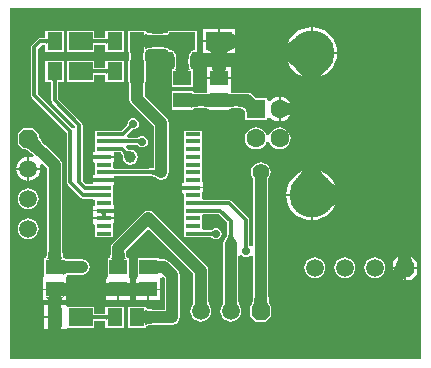
<source format=gtl>
%FSLAX25Y25*%
%MOIN*%
G70*
G01*
G75*
G04 Layer_Physical_Order=1*
G04 Layer_Color=255*
%ADD10R,0.05906X0.05118*%
%ADD11R,0.04921X0.01181*%
%ADD12R,0.05118X0.05906*%
%ADD13R,0.08012X0.05906*%
%ADD14R,0.08661X0.05906*%
%ADD15C,0.03937*%
%ADD16C,0.01181*%
%ADD17C,0.05906*%
G04:AMPARAMS|DCode=18|XSize=59.06mil|YSize=59.06mil|CornerRadius=0mil|HoleSize=0mil|Usage=FLASHONLY|Rotation=270.000|XOffset=0mil|YOffset=0mil|HoleType=Round|Shape=Octagon|*
%AMOCTAGOND18*
4,1,8,-0.01476,-0.02953,0.01476,-0.02953,0.02953,-0.01476,0.02953,0.01476,0.01476,0.02953,-0.01476,0.02953,-0.02953,0.01476,-0.02953,-0.01476,-0.01476,-0.02953,0.0*
%
%ADD18OCTAGOND18*%

G04:AMPARAMS|DCode=19|XSize=59.06mil|YSize=59.06mil|CornerRadius=0mil|HoleSize=0mil|Usage=FLASHONLY|Rotation=180.000|XOffset=0mil|YOffset=0mil|HoleType=Round|Shape=Octagon|*
%AMOCTAGOND19*
4,1,8,-0.02953,0.01476,-0.02953,-0.01476,-0.01476,-0.02953,0.01476,-0.02953,0.02953,-0.01476,0.02953,0.01476,0.01476,0.02953,-0.01476,0.02953,-0.02953,0.01476,0.0*
%
%ADD19OCTAGOND19*%

%ADD20C,0.14961*%
%ADD21C,0.06299*%
%ADD22R,0.06299X0.06299*%
%ADD23C,0.02756*%
%ADD24C,0.03937*%
%ADD25C,0.05512*%
G36*
X191000Y54000D02*
X54000D01*
Y171000D01*
X191000D01*
Y54000D01*
D02*
G37*
%LPC*%
G36*
X60000Y100975D02*
X59101Y100856D01*
X58263Y100509D01*
X57543Y99957D01*
X56991Y99237D01*
X56644Y98399D01*
X56525Y97500D01*
X56644Y96601D01*
X56991Y95763D01*
X57543Y95043D01*
X58263Y94491D01*
X59101Y94144D01*
X60000Y94025D01*
X60899Y94144D01*
X61737Y94491D01*
X62457Y95043D01*
X63009Y95763D01*
X63356Y96601D01*
X63475Y97500D01*
X63356Y98399D01*
X63009Y99237D01*
X62457Y99957D01*
X61737Y100509D01*
X60899Y100856D01*
X60000Y100975D01*
D02*
G37*
G36*
X137500Y119615D02*
X136652Y119503D01*
X135862Y119176D01*
X135184Y118655D01*
X134663Y117977D01*
X134336Y117186D01*
X134224Y116339D01*
X134336Y115491D01*
X134663Y114700D01*
X134991Y114273D01*
Y92212D01*
X134528Y91736D01*
X133991Y91638D01*
X133717Y91880D01*
X133625Y92029D01*
X133623Y92086D01*
X133604Y92129D01*
Y100500D01*
X133520Y100922D01*
X133281Y101281D01*
X127678Y106883D01*
X127320Y107122D01*
X126898Y107206D01*
X118661D01*
X117815Y107579D01*
X117815Y108206D01*
Y109630D01*
X118323D01*
Y110925D01*
X111402D01*
Y109630D01*
X111402D01*
X111909Y109122D01*
Y108185D01*
X111909Y107579D01*
Y107382D01*
Y107185D01*
X111909Y106579D01*
Y105626D01*
X111909Y105020D01*
Y104823D01*
Y104626D01*
X111909Y104020D01*
Y103067D01*
X111909Y102461D01*
Y102264D01*
Y102067D01*
X111909Y101461D01*
Y100508D01*
X111909Y99902D01*
Y99705D01*
Y99508D01*
X111909Y98902D01*
Y97949D01*
X111909Y97342D01*
Y97146D01*
Y96949D01*
X111909Y96342D01*
Y94784D01*
X114756D01*
X114862Y94762D01*
X120371D01*
X120414Y94743D01*
X120539Y94740D01*
X120641Y94731D01*
X120733Y94718D01*
X120815Y94700D01*
X120887Y94678D01*
X120950Y94653D01*
X121006Y94626D01*
X121054Y94596D01*
X121097Y94564D01*
X121154Y94511D01*
X121173Y94503D01*
X121770Y94105D01*
X122500Y93959D01*
X123230Y94105D01*
X123848Y94518D01*
X124262Y95136D01*
X124407Y95866D01*
X124262Y96596D01*
X123848Y97214D01*
X123230Y97628D01*
X122500Y97773D01*
X121770Y97628D01*
X121173Y97229D01*
X121154Y97222D01*
X121097Y97169D01*
X121054Y97136D01*
X121005Y97106D01*
X120950Y97079D01*
X120887Y97054D01*
X120815Y97033D01*
X120733Y97015D01*
X120641Y97001D01*
X120539Y96992D01*
X120414Y96989D01*
X120371Y96970D01*
X118661D01*
X117815Y97342D01*
X117815Y97970D01*
Y98902D01*
X117815Y99508D01*
Y99705D01*
Y99902D01*
X117815Y100508D01*
Y101439D01*
X117815Y102067D01*
X118661Y102439D01*
X118661Y102439D01*
X123500D01*
X126396Y99543D01*
Y98371D01*
X126377Y98328D01*
X126345Y97009D01*
X126252Y95933D01*
X126185Y95495D01*
X126104Y95114D01*
X126012Y94800D01*
X125914Y94554D01*
X125816Y94379D01*
X125739Y94282D01*
X125726Y94274D01*
X125698Y94233D01*
X125693Y94226D01*
X125692Y94223D01*
X125182Y93460D01*
X124991Y92500D01*
Y73356D01*
X124975Y72650D01*
X124953Y72375D01*
X124947Y72332D01*
X124491Y71737D01*
X124144Y70899D01*
X124025Y70000D01*
X124144Y69101D01*
X124491Y68263D01*
X125043Y67543D01*
X125763Y66991D01*
X126601Y66644D01*
X127500Y66525D01*
X128399Y66644D01*
X129237Y66991D01*
X129957Y67543D01*
X130509Y68263D01*
X130856Y69101D01*
X130975Y70000D01*
X130856Y70899D01*
X130509Y71737D01*
X130091Y72282D01*
X130009Y73842D01*
Y88562D01*
X131009Y88866D01*
X131152Y88652D01*
X131770Y88238D01*
X132500Y88093D01*
X133230Y88238D01*
X133848Y88652D01*
X133991Y88866D01*
X134991Y88562D01*
Y75787D01*
X134989Y75636D01*
X134961Y74960D01*
X134847Y73774D01*
X134766Y73288D01*
X134667Y72863D01*
X134555Y72505D01*
X134432Y72217D01*
X134306Y72000D01*
X134178Y71845D01*
X134055Y71722D01*
Y71539D01*
X134027Y71470D01*
X134037Y71445D01*
X134029Y71419D01*
X134055Y71370D01*
Y68278D01*
X135778Y66555D01*
X139222D01*
X140945Y68278D01*
Y71370D01*
X140971Y71419D01*
X140963Y71445D01*
X140973Y71470D01*
X140945Y71539D01*
Y71722D01*
X140822Y71845D01*
X140694Y72000D01*
X140568Y72217D01*
X140445Y72505D01*
X140333Y72863D01*
X140234Y73288D01*
X140153Y73769D01*
X140011Y75646D01*
X140009Y75787D01*
Y114273D01*
X140337Y114700D01*
X140664Y115491D01*
X140776Y116339D01*
X140664Y117186D01*
X140337Y117977D01*
X139816Y118655D01*
X139138Y119176D01*
X138348Y119503D01*
X137500Y119615D01*
D02*
G37*
G36*
X154154Y108504D02*
X145957D01*
X146091Y107137D01*
X146576Y105538D01*
X147364Y104065D01*
X148423Y102774D01*
X149715Y101714D01*
X151188Y100926D01*
X152786Y100442D01*
X154154Y100307D01*
Y108504D01*
D02*
G37*
G36*
X88598Y100689D02*
X81677D01*
Y99394D01*
X81677D01*
X82185Y98886D01*
Y97949D01*
X82185Y97342D01*
Y97146D01*
Y96949D01*
X82185Y96342D01*
Y94784D01*
X88091D01*
Y96342D01*
X88091Y96949D01*
Y97146D01*
Y97342D01*
X88091Y97949D01*
Y99394D01*
X88598D01*
Y100689D01*
D02*
G37*
G36*
X181951Y84205D02*
X181547D01*
Y83588D01*
X181557Y83601D01*
X181863Y84054D01*
X181951Y84205D01*
D02*
G37*
G36*
X185205D02*
X184325D01*
X185205Y83325D01*
Y84205D01*
D02*
G37*
G36*
X187616Y88313D02*
X187624Y88204D01*
X187712Y87684D01*
X187819Y87222D01*
X187945Y86821D01*
X188091Y86478D01*
X188256Y86194D01*
X188441Y85970D01*
X185795D01*
Y84795D01*
X189453D01*
Y86476D01*
X187616Y88313D01*
D02*
G37*
G36*
X183387Y88316D02*
X181547Y86476D01*
Y84795D01*
X182263D01*
X182309Y84890D01*
X182448Y85273D01*
X182531Y85633D01*
X182559Y85970D01*
X183734Y84795D01*
X185205D01*
Y85970D01*
X182559D01*
X182744Y86194D01*
X182909Y86478D01*
X183055Y86821D01*
X183182Y87222D01*
X183288Y87684D01*
X183376Y88204D01*
X183387Y88316D01*
D02*
G37*
G36*
X159791Y108504D02*
X154744D01*
Y100307D01*
X156111Y100442D01*
X157710Y100926D01*
X159183Y101714D01*
X160474Y102774D01*
X161534Y104065D01*
X162321Y105538D01*
X162359Y105661D01*
X162346Y105654D01*
X161709Y105229D01*
X161070Y104739D01*
X160431Y104184D01*
X159791Y103563D01*
Y108504D01*
D02*
G37*
G36*
X59705Y117205D02*
X56052D01*
X56149Y116468D01*
X56547Y115507D01*
X57181Y114681D01*
X58007Y114047D01*
X58968Y113649D01*
X59705Y113552D01*
Y117205D01*
D02*
G37*
G36*
X157587Y116709D02*
X157594Y116697D01*
X158019Y116059D01*
X158509Y115421D01*
X159064Y114781D01*
X159685Y114141D01*
X154744D01*
Y109095D01*
X159791D01*
Y114035D01*
X160431Y113415D01*
X161070Y112859D01*
X161709Y112369D01*
X162346Y111944D01*
X162359Y111937D01*
X162321Y112060D01*
X161534Y113533D01*
X160474Y114825D01*
X159183Y115884D01*
X157710Y116672D01*
X157587Y116709D01*
D02*
G37*
G36*
X59705Y121448D02*
X58968Y121351D01*
X58007Y120953D01*
X57181Y120319D01*
X56547Y119493D01*
X56149Y118532D01*
X56052Y117795D01*
X59705D01*
Y121448D01*
D02*
G37*
G36*
X63948Y117205D02*
X60295D01*
Y113552D01*
X61032Y113649D01*
X61993Y114047D01*
X62819Y114681D01*
X63453Y115507D01*
X63851Y116468D01*
X63948Y117205D01*
D02*
G37*
G36*
X60000Y110975D02*
X59101Y110856D01*
X58263Y110509D01*
X57543Y109957D01*
X56991Y109237D01*
X56644Y108399D01*
X56525Y107500D01*
X56644Y106601D01*
X56991Y105763D01*
X57543Y105043D01*
X58263Y104491D01*
X59101Y104144D01*
X60000Y104025D01*
X60899Y104144D01*
X61737Y104491D01*
X62457Y105043D01*
X63009Y105763D01*
X63356Y106601D01*
X63475Y107500D01*
X63356Y108399D01*
X63009Y109237D01*
X62457Y109957D01*
X61737Y110509D01*
X60899Y110856D01*
X60000Y110975D01*
D02*
G37*
G36*
X88598Y103248D02*
X81677D01*
Y101953D01*
Y101279D01*
X88598D01*
Y101953D01*
Y103248D01*
D02*
G37*
G36*
X117815Y130217D02*
X111909D01*
Y128657D01*
X111909Y128051D01*
Y127854D01*
Y127657D01*
X111909Y127051D01*
Y126098D01*
X111909Y125492D01*
Y125295D01*
Y125098D01*
X111909Y124492D01*
Y123539D01*
X111909Y122933D01*
Y122736D01*
Y122539D01*
X111909Y121933D01*
Y120980D01*
X111909Y120374D01*
Y120177D01*
Y119980D01*
X111909Y119374D01*
Y118421D01*
X111909Y117815D01*
Y117618D01*
Y117421D01*
X111909Y116815D01*
Y115862D01*
X111909Y115256D01*
Y115059D01*
Y114862D01*
X111909Y114256D01*
Y112811D01*
X111402D01*
Y111516D01*
X118323D01*
Y112811D01*
X118323D01*
X117815Y113319D01*
Y114256D01*
X117815Y114862D01*
Y115059D01*
Y115256D01*
X117815Y115862D01*
Y116815D01*
X117815Y117421D01*
Y117618D01*
Y117815D01*
X117815Y118421D01*
Y119374D01*
X117815Y119980D01*
Y120177D01*
Y120374D01*
X117815Y120980D01*
Y121933D01*
X117815Y122539D01*
Y122736D01*
Y122933D01*
X117815Y123539D01*
Y124492D01*
X117815Y125098D01*
Y125295D01*
Y125492D01*
X117815Y126098D01*
Y127051D01*
X117815Y127657D01*
Y127854D01*
Y128051D01*
X117815Y128657D01*
Y130217D01*
D02*
G37*
G36*
X151311Y116709D02*
X151188Y116672D01*
X149715Y115884D01*
X148423Y114825D01*
X147364Y113533D01*
X146576Y112060D01*
X146091Y110462D01*
X145957Y109095D01*
X154154D01*
Y114141D01*
X149213D01*
X149834Y114781D01*
X150389Y115421D01*
X150879Y116059D01*
X151304Y116697D01*
X151311Y116709D01*
D02*
G37*
G36*
X68465Y76965D02*
X64807D01*
Y73701D01*
X66554D01*
X66548Y73729D01*
X66441Y74083D01*
X66315Y74358D01*
X66169Y74555D01*
X66004Y74673D01*
X65819Y74713D01*
X66789D01*
X66791Y74878D01*
X68465D01*
Y76965D01*
D02*
G37*
G36*
X103445Y87791D02*
X96555D01*
Y81819D01*
X96555Y81689D01*
X96241Y80819D01*
X96047D01*
Y79371D01*
X96075Y79373D01*
X96429Y79437D01*
X96705Y79512D01*
X96902Y79599D01*
X97020Y79697D01*
X97059Y79807D01*
Y77555D01*
X103953D01*
Y80819D01*
X103953D01*
X103851Y80989D01*
X103921Y81117D01*
X105156Y81296D01*
X105491Y80961D01*
Y70509D01*
X102138D01*
X101996Y70511D01*
X100768Y70587D01*
X100293Y70650D01*
X99901Y70729D01*
X99606Y70818D01*
X99414Y70906D01*
X99329Y70969D01*
X99325Y70976D01*
X99322Y70986D01*
X99322Y70987D01*
X99321Y70990D01*
X99320Y70994D01*
X99320Y70995D01*
X99320Y70996D01*
X99319Y71002D01*
X99319Y71003D01*
X99318Y71005D01*
X99318Y71008D01*
X99317Y71009D01*
X99317D01*
X99316Y71016D01*
X99316Y71017D01*
X99315Y71019D01*
X99314Y71023D01*
X99314Y71024D01*
X99314Y71024D01*
X99313Y71029D01*
X99313Y71030D01*
X99313Y71032D01*
X99312Y71034D01*
X99312Y71035D01*
X99312D01*
X99311Y71039D01*
X99311Y71039D01*
X99311Y71040D01*
X99310Y71042D01*
X99310Y71043D01*
D01*
X99309Y71047D01*
X99309Y71048D01*
X99309Y71049D01*
X99308Y71051D01*
X99308Y71052D01*
X99308Y71052D01*
X99301Y71062D01*
X99299Y71065D01*
X99299Y71066D01*
X99299Y71066D01*
X99294Y71073D01*
X99292Y71076D01*
X99291Y71076D01*
Y71245D01*
Y71273D01*
Y71294D01*
Y71334D01*
Y71346D01*
Y71352D01*
Y71368D01*
Y71374D01*
Y71377D01*
Y71398D01*
Y71407D01*
Y71411D01*
Y71422D01*
Y71424D01*
Y71430D01*
Y71441D01*
X99291Y71445D01*
X98787Y71473D01*
X98787Y71473D01*
X98785Y71472D01*
X98784Y71472D01*
X98784D01*
X98781Y71471D01*
X98769Y71466D01*
X98763Y71463D01*
X98763D01*
X98762Y71463D01*
X98757Y71461D01*
X98754Y71460D01*
X98676Y71462D01*
X98676Y71461D01*
X98674Y71460D01*
X98674Y71460D01*
D01*
X98672Y71459D01*
X98665Y71454D01*
X98662Y71452D01*
D01*
X98661Y71452D01*
X98659Y71450D01*
X98657Y71449D01*
X98657D01*
X98657Y71449D01*
X98657Y71448D01*
X98657Y71448D01*
D01*
X98656Y71448D01*
X98654Y71447D01*
X98653Y71446D01*
X98653D01*
X98653Y71446D01*
X98652Y71445D01*
X98652Y71445D01*
X98636D01*
X98623D01*
X98354Y71445D01*
X98330D01*
X98330D01*
X93189D01*
Y64555D01*
X98291D01*
D01*
X98330Y64555D01*
X98525D01*
X98601Y64555D01*
X98609D01*
X98627D01*
X98629D01*
X98650D01*
X98651D01*
X98651D01*
X98652D01*
X98652Y64555D01*
X98653Y64554D01*
X98653Y64554D01*
X98653Y64554D01*
X98653D01*
X98654Y64553D01*
X98656Y64552D01*
X98656Y64552D01*
X98657Y64552D01*
D01*
X98657Y64552D01*
X98657Y64551D01*
X98657Y64551D01*
X98657Y64551D01*
X98657D01*
X98659Y64550D01*
X98661Y64548D01*
X98662Y64548D01*
X98662Y64548D01*
X98662D01*
X98665Y64546D01*
X98672Y64541D01*
X98672Y64541D01*
X98674Y64540D01*
X98674D01*
X98674Y64539D01*
X98676Y64539D01*
X98676Y64539D01*
X98676Y64538D01*
X98754Y64540D01*
X98757Y64539D01*
X98761Y64537D01*
X98762Y64537D01*
X98763Y64537D01*
X98763D01*
X98769Y64534D01*
X98781Y64529D01*
X98781Y64529D01*
X98784Y64528D01*
X98784D01*
X98785Y64528D01*
X98787Y64527D01*
X98787Y64527D01*
X98787Y64526D01*
X99291Y64555D01*
Y64559D01*
Y64569D01*
Y64586D01*
Y64593D01*
Y64608D01*
Y64638D01*
Y64648D01*
Y64648D01*
Y64654D01*
Y64667D01*
Y64706D01*
Y64727D01*
Y64757D01*
Y64924D01*
X99294Y64927D01*
X99294Y64927D01*
X99299Y64934D01*
X99299Y64934D01*
X99301Y64938D01*
X99302Y64939D01*
X99308Y64948D01*
X99308Y64948D01*
X99308Y64949D01*
X99309Y64951D01*
X99309Y64952D01*
X99309Y64953D01*
X99310Y64957D01*
D01*
X99310Y64958D01*
X99311Y64960D01*
X99311Y64961D01*
X99311Y64961D01*
X99312Y64965D01*
X99312D01*
X99312Y64965D01*
X99313Y64968D01*
X99313Y64970D01*
X99313Y64971D01*
X99314Y64976D01*
X99314Y64976D01*
X99314Y64977D01*
X99315Y64981D01*
X99316Y64983D01*
X99316Y64984D01*
X99317Y64991D01*
X99317D01*
X99318Y64992D01*
X99318Y64995D01*
X99319Y64997D01*
X99319Y64998D01*
X99320Y65004D01*
X99320Y65004D01*
X99320Y65006D01*
X99321Y65010D01*
X99322Y65013D01*
X99322Y65014D01*
X99325Y65025D01*
X99329Y65031D01*
X99414Y65094D01*
X99606Y65182D01*
X99901Y65271D01*
X100279Y65348D01*
X102002Y65489D01*
X102138Y65491D01*
X108000D01*
X108960Y65682D01*
X109774Y66226D01*
X110318Y67040D01*
X110509Y68000D01*
Y82000D01*
X110509Y82000D01*
X110318Y82960D01*
X109774Y83774D01*
X107034Y86514D01*
X106220Y87058D01*
X105260Y87249D01*
X104807D01*
X104442Y87255D01*
X103817Y87295D01*
X103592Y87323D01*
X103445Y87350D01*
Y87791D01*
D02*
G37*
G36*
X92941Y76965D02*
X90295D01*
Y73701D01*
X93953D01*
Y75148D01*
X93925Y75147D01*
X93571Y75083D01*
X93295Y75008D01*
X93098Y74921D01*
X92980Y74823D01*
X92941Y74713D01*
Y76965D01*
D02*
G37*
G36*
X72713Y75148D02*
X72685Y75147D01*
X72330Y75083D01*
X72055Y75008D01*
X71858Y74921D01*
X71740Y74823D01*
X71701Y74713D01*
X71516Y74673D01*
X71351Y74555D01*
X71205Y74358D01*
X71078Y74083D01*
X70971Y73729D01*
X70966Y73701D01*
X72713D01*
Y75148D01*
D02*
G37*
G36*
X72319Y71953D02*
X72291D01*
X72152Y71953D01*
X70871D01*
X70873Y71925D01*
X70937Y71571D01*
X71012Y71295D01*
X71099Y71098D01*
X71197Y70980D01*
X71307Y70941D01*
X70731D01*
X70728Y70776D01*
X69055D01*
Y68000D01*
Y65059D01*
X71307D01*
X71197Y65031D01*
X71099Y64947D01*
X71012Y64806D01*
X70937Y64608D01*
X70873Y64354D01*
X70821Y64047D01*
X72152D01*
X72291Y64047D01*
X72319D01*
X73109Y64555D01*
X73319Y64555D01*
X81938D01*
Y66738D01*
X81952Y66763D01*
X81954Y66780D01*
X81960Y66784D01*
X82021Y66809D01*
X82119Y66835D01*
X82252Y66857D01*
X82419Y66872D01*
X82629Y66877D01*
X82672Y66896D01*
X84975D01*
X85018Y66877D01*
X85228Y66872D01*
X85395Y66857D01*
X85528Y66835D01*
X85626Y66809D01*
X85687Y66784D01*
X85693Y66780D01*
X85695Y66763D01*
X85709Y66738D01*
Y64555D01*
X91811D01*
Y71445D01*
X85709D01*
Y69262D01*
X85695Y69237D01*
X85693Y69220D01*
X85687Y69216D01*
X85626Y69191D01*
X85528Y69165D01*
X85395Y69143D01*
X85228Y69129D01*
X85018Y69123D01*
X84975Y69104D01*
X82672D01*
X82629Y69123D01*
X82419Y69129D01*
X82252Y69143D01*
X82119Y69165D01*
X82021Y69191D01*
X81960Y69216D01*
X81954Y69220D01*
X81952Y69237D01*
X81938Y69262D01*
Y71445D01*
X73319D01*
X73109Y71445D01*
X72319Y71953D01*
D02*
G37*
G36*
X68465Y67705D02*
X65201D01*
Y64047D01*
X66698D01*
X66647Y64354D01*
X66583Y64608D01*
X66508Y64806D01*
X66421Y64947D01*
X66323Y65031D01*
X66213Y65059D01*
X68465D01*
Y67705D01*
D02*
G37*
G36*
X66650Y71953D02*
X65201D01*
Y68295D01*
X68465D01*
Y70776D01*
X66791D01*
X66789Y70941D01*
X66213D01*
X66323Y70980D01*
X66421Y71098D01*
X66508Y71295D01*
X66583Y71571D01*
X66647Y71925D01*
X66650Y71953D01*
D02*
G37*
G36*
X100000Y103509D02*
X99199Y103349D01*
X99040Y103318D01*
X98226Y102774D01*
X98226Y102774D01*
X88226Y92774D01*
X87682Y91960D01*
X87491Y91000D01*
Y90744D01*
X87461Y89694D01*
X87414Y89167D01*
X87351Y88717D01*
X87273Y88353D01*
X87186Y88080D01*
X87101Y87906D01*
X87042Y87831D01*
X87035Y87826D01*
X87023Y87823D01*
X87022Y87823D01*
X87019Y87822D01*
X87014Y87821D01*
X87012Y87821D01*
X87012D01*
X87005Y87820D01*
X87004Y87819D01*
X87002Y87819D01*
X86999Y87818D01*
X86998Y87818D01*
X86998Y87818D01*
X86990Y87817D01*
X86989Y87817D01*
X86987Y87816D01*
X86984Y87815D01*
X86983Y87815D01*
X86983Y87815D01*
X86977Y87814D01*
X86976Y87814D01*
X86974Y87814D01*
X86971Y87813D01*
X86971Y87813D01*
Y87813D01*
X86967Y87812D01*
X86966Y87812D01*
X86965Y87812D01*
X86963Y87811D01*
X86963Y87811D01*
Y87811D01*
X86959Y87810D01*
X86958Y87810D01*
X86957Y87810D01*
X86955Y87810D01*
X86954Y87809D01*
X86954Y87809D01*
X86943Y87802D01*
X86939Y87799D01*
X86939Y87799D01*
X86939Y87799D01*
X86931Y87794D01*
X86928Y87792D01*
X86927Y87791D01*
X86749D01*
X86719D01*
X86699D01*
X86659D01*
X86647D01*
X86641D01*
X86626D01*
X86620D01*
X86617D01*
X86598D01*
X86589D01*
X86585D01*
X86575D01*
X86574D01*
X86568D01*
X86559D01*
X86555Y87791D01*
X86527Y87287D01*
X86527Y87287D01*
X86527Y87285D01*
X86528Y87284D01*
Y87284D01*
X86529Y87282D01*
X86533Y87271D01*
X86536Y87265D01*
Y87265D01*
X86536Y87264D01*
X86538Y87259D01*
X86539Y87257D01*
X86537Y87182D01*
X86537Y87182D01*
X86538Y87181D01*
X86539Y87180D01*
Y87180D01*
X86540Y87178D01*
X86545Y87171D01*
X86547Y87167D01*
Y87167D01*
X86548Y87166D01*
X86550Y87163D01*
X86551Y87162D01*
Y87162D01*
X86551Y87162D01*
X86551Y87161D01*
X86551Y87161D01*
D01*
X86552Y87160D01*
X86553Y87158D01*
X86554Y87157D01*
Y87157D01*
X86554Y87157D01*
X86555Y87156D01*
X86555Y87155D01*
Y87140D01*
Y87131D01*
X86555Y86851D01*
Y86827D01*
Y86827D01*
Y81819D01*
X86555Y81689D01*
X86242Y80819D01*
X86047D01*
Y79371D01*
X86075Y79373D01*
X86429Y79437D01*
X86705Y79512D01*
X86902Y79599D01*
X87020Y79697D01*
X87059Y79807D01*
Y77555D01*
X92941D01*
Y79807D01*
X92980Y79697D01*
X93098Y79599D01*
X93295Y79512D01*
X93571Y79437D01*
X93925Y79373D01*
X93953Y79370D01*
Y80819D01*
X93758D01*
X93445Y81689D01*
X93445Y81819D01*
Y86791D01*
D01*
X93445Y86827D01*
Y87029D01*
X93445Y87116D01*
Y87121D01*
Y87137D01*
Y87140D01*
Y87155D01*
Y87155D01*
Y87155D01*
Y87155D01*
X93445Y87156D01*
X93446Y87157D01*
X93446Y87157D01*
X93446Y87157D01*
Y87157D01*
X93447Y87158D01*
X93448Y87160D01*
X93448Y87160D01*
X93449Y87161D01*
D01*
X93449Y87161D01*
X93449Y87162D01*
X93449Y87162D01*
X93449Y87162D01*
Y87162D01*
X93450Y87163D01*
X93452Y87166D01*
X93452Y87166D01*
X93453Y87167D01*
Y87167D01*
X93455Y87171D01*
X93460Y87178D01*
X93460Y87178D01*
X93461Y87180D01*
Y87180D01*
X93462Y87181D01*
X93463Y87182D01*
X93463Y87182D01*
X93463Y87182D01*
X93461Y87257D01*
X93462Y87259D01*
X93464Y87264D01*
X93464Y87264D01*
X93464Y87265D01*
Y87265D01*
X93467Y87271D01*
X93471Y87282D01*
X93471Y87282D01*
X93472Y87284D01*
D01*
X93473Y87285D01*
X93473Y87287D01*
X93473Y87287D01*
X93474Y87287D01*
X93445Y87791D01*
X93441D01*
X93432D01*
X93431D01*
X93416D01*
X93410D01*
X93396D01*
X93366D01*
X93359D01*
X93359D01*
X93353D01*
X93340D01*
X93300D01*
X93281D01*
X93249D01*
X93073D01*
X93069Y87794D01*
X93069Y87794D01*
X93061Y87799D01*
X93061Y87799D01*
X93057Y87802D01*
X93056Y87802D01*
X93046Y87809D01*
X93046Y87809D01*
X93045Y87810D01*
X93043Y87810D01*
X93042Y87810D01*
X93041Y87810D01*
X93037Y87811D01*
X93037Y87811D01*
X93037Y87811D01*
X93035Y87812D01*
X93034Y87812D01*
X93033Y87812D01*
X93029Y87813D01*
X93029D01*
X93029Y87813D01*
X93026Y87814D01*
X93024Y87814D01*
X93023Y87814D01*
X93017Y87815D01*
X93017Y87815D01*
X93016Y87815D01*
X93013Y87816D01*
X93011Y87817D01*
X93010Y87817D01*
X93002Y87818D01*
D01*
X93001Y87818D01*
X92998Y87819D01*
X92996Y87819D01*
X92995Y87820D01*
X92988Y87821D01*
X92988Y87821D01*
X92986Y87821D01*
X92981Y87822D01*
X92978Y87823D01*
X92977Y87823D01*
X92965Y87826D01*
X92958Y87831D01*
X92899Y87906D01*
X92814Y88080D01*
X92727Y88353D01*
X92652Y88703D01*
X92539Y89991D01*
X99500Y96952D01*
X100500D01*
X114991Y82461D01*
Y73356D01*
X114975Y72650D01*
X114953Y72375D01*
X114947Y72332D01*
X114491Y71737D01*
X114144Y70899D01*
X114025Y70000D01*
X114144Y69101D01*
X114491Y68263D01*
X115043Y67543D01*
X115763Y66991D01*
X116601Y66644D01*
X117500Y66525D01*
X118399Y66644D01*
X119237Y66991D01*
X119957Y67543D01*
X120509Y68263D01*
X120856Y69101D01*
X120975Y70000D01*
X120856Y70899D01*
X120509Y71737D01*
X120091Y72282D01*
X120009Y73842D01*
Y83500D01*
X120009Y83500D01*
X119818Y84460D01*
X119274Y85274D01*
X101774Y102774D01*
X100960Y103318D01*
X100000Y103509D01*
D02*
G37*
G36*
X103953Y76965D02*
X100295D01*
Y73701D01*
X103953D01*
Y76965D01*
D02*
G37*
G36*
X155500Y87975D02*
X154601Y87856D01*
X153763Y87509D01*
X153043Y86957D01*
X152491Y86237D01*
X152144Y85399D01*
X152025Y84500D01*
X152144Y83601D01*
X152491Y82763D01*
X153043Y82043D01*
X153763Y81491D01*
X154601Y81144D01*
X155500Y81025D01*
X156399Y81144D01*
X157237Y81491D01*
X157957Y82043D01*
X158509Y82763D01*
X158856Y83601D01*
X158975Y84500D01*
X158856Y85399D01*
X158509Y86237D01*
X157957Y86957D01*
X157237Y87509D01*
X156399Y87856D01*
X155500Y87975D01*
D02*
G37*
G36*
X189453Y84205D02*
X185795D01*
Y82734D01*
X186970Y81559D01*
X186633Y81531D01*
X186273Y81448D01*
X185890Y81309D01*
X185795Y81263D01*
Y80547D01*
X187476D01*
X189453Y82524D01*
Y84205D01*
D02*
G37*
G36*
X175500Y87975D02*
X174601Y87856D01*
X173763Y87509D01*
X173043Y86957D01*
X172491Y86237D01*
X172144Y85399D01*
X172025Y84500D01*
X172144Y83601D01*
X172491Y82763D01*
X173043Y82043D01*
X173763Y81491D01*
X174601Y81144D01*
X175500Y81025D01*
X176399Y81144D01*
X177237Y81491D01*
X177957Y82043D01*
X178509Y82763D01*
X178856Y83601D01*
X178975Y84500D01*
X178856Y85399D01*
X178509Y86237D01*
X177957Y86957D01*
X177237Y87509D01*
X176399Y87856D01*
X175500Y87975D01*
D02*
G37*
G36*
X165500D02*
X164601Y87856D01*
X163763Y87509D01*
X163043Y86957D01*
X162491Y86237D01*
X162144Y85399D01*
X162025Y84500D01*
X162144Y83601D01*
X162491Y82763D01*
X163043Y82043D01*
X163763Y81491D01*
X164601Y81144D01*
X165500Y81025D01*
X166399Y81144D01*
X167237Y81491D01*
X167957Y82043D01*
X168509Y82763D01*
X168856Y83601D01*
X168975Y84500D01*
X168856Y85399D01*
X168509Y86237D01*
X167957Y86957D01*
X167237Y87509D01*
X166399Y87856D01*
X165500Y87975D01*
D02*
G37*
G36*
X89705Y76965D02*
X87059D01*
Y74713D01*
X87020Y74823D01*
X86902Y74921D01*
X86705Y75008D01*
X86429Y75083D01*
X86075Y75147D01*
X86047Y75150D01*
Y73701D01*
X89705D01*
Y76965D01*
D02*
G37*
G36*
X71701D02*
X69055D01*
Y74878D01*
X70728D01*
X70730Y74713D01*
X71701D01*
Y76965D01*
D02*
G37*
G36*
X185205Y80951D02*
X185054Y80863D01*
X184601Y80557D01*
X184588Y80547D01*
X185205D01*
Y80951D01*
D02*
G37*
G36*
X99705Y76965D02*
X97059D01*
Y74713D01*
X97020Y74823D01*
X96902Y74921D01*
X96705Y75008D01*
X96429Y75083D01*
X96075Y75147D01*
X96047Y75150D01*
Y73701D01*
X99705D01*
Y76965D01*
D02*
G37*
G36*
X61722Y130945D02*
X58278D01*
X56555Y129222D01*
Y125778D01*
X58278Y124055D01*
X58434D01*
X58486Y124028D01*
X58784Y124004D01*
X59075Y123936D01*
X59404Y123817D01*
X59767Y123643D01*
X60162Y123412D01*
X60588Y123124D01*
X61038Y122782D01*
X61804Y122114D01*
X61270Y121253D01*
X61032Y121351D01*
X60295Y121448D01*
Y117795D01*
X63948D01*
X63851Y118532D01*
X63741Y118796D01*
X64589Y119363D01*
X66251Y117701D01*
Y90639D01*
X66249Y90496D01*
X66173Y89268D01*
X66110Y88793D01*
X66031Y88401D01*
X65942Y88106D01*
X65854Y87914D01*
X65791Y87829D01*
X65784Y87824D01*
X65774Y87822D01*
X65773Y87822D01*
X65770Y87821D01*
X65765Y87820D01*
X65764Y87820D01*
X65764Y87820D01*
X65758Y87819D01*
X65757Y87819D01*
X65755Y87818D01*
X65752Y87818D01*
X65751Y87817D01*
Y87817D01*
X65743Y87816D01*
X65743Y87816D01*
X65741Y87815D01*
X65737Y87814D01*
X65736Y87814D01*
X65736Y87814D01*
X65730Y87813D01*
X65730Y87813D01*
X65728Y87813D01*
X65725Y87812D01*
X65725Y87812D01*
Y87812D01*
X65721Y87811D01*
X65720Y87811D01*
X65719Y87811D01*
X65718Y87810D01*
X65717Y87810D01*
D01*
X65712Y87809D01*
X65712Y87809D01*
X65711Y87809D01*
X65709Y87808D01*
X65708Y87808D01*
X65708Y87808D01*
X65698Y87801D01*
X65695Y87799D01*
X65694Y87799D01*
X65694Y87799D01*
X65687Y87793D01*
X65684Y87792D01*
X65684Y87791D01*
X65514D01*
X65487D01*
X65466D01*
X65426D01*
X65414D01*
X65408D01*
X65392D01*
X65386D01*
X65382D01*
X65362D01*
X65353D01*
X65349D01*
X65338D01*
X65336D01*
X65330D01*
X65319D01*
X65315Y87791D01*
X65286Y87287D01*
X65287Y87287D01*
X65288Y87285D01*
X65288Y87284D01*
Y87283D01*
X65289Y87281D01*
X65294Y87269D01*
X65297Y87263D01*
Y87263D01*
X65297Y87262D01*
X65299Y87256D01*
X65300Y87254D01*
X65298Y87176D01*
X65298Y87176D01*
X65299Y87174D01*
X65300Y87174D01*
D01*
X65301Y87172D01*
X65305Y87165D01*
X65308Y87162D01*
D01*
X65308Y87161D01*
X65310Y87159D01*
X65311Y87157D01*
Y87157D01*
X65311Y87157D01*
X65311Y87157D01*
X65311Y87157D01*
D01*
X65312Y87156D01*
X65313Y87154D01*
X65314Y87153D01*
Y87153D01*
X65314Y87153D01*
X65315Y87152D01*
X65315Y87152D01*
Y87136D01*
Y87123D01*
X65315Y86854D01*
Y86830D01*
Y86830D01*
Y81819D01*
X65315Y81689D01*
X65001Y80819D01*
X64807D01*
Y77555D01*
X71701D01*
Y79807D01*
X71740Y79697D01*
X71858Y79599D01*
X72055Y79512D01*
X72330Y79437D01*
X72685Y79373D01*
X72713Y79370D01*
Y80819D01*
X72713D01*
Y80819D01*
X72794Y81785D01*
X73064Y82117D01*
X74877Y82231D01*
X78000D01*
X78960Y82422D01*
X79774Y82966D01*
X80318Y83780D01*
X80509Y84740D01*
X80318Y85700D01*
X79774Y86514D01*
X78960Y87058D01*
X78000Y87249D01*
X75173D01*
X74241Y87264D01*
X73166Y87332D01*
X72764Y87380D01*
X72448Y87437D01*
X72233Y87496D01*
X72205Y87508D01*
Y87791D01*
X71836D01*
X71812Y87808D01*
X71735Y87824D01*
X71729Y87829D01*
X71666Y87914D01*
X71578Y88106D01*
X71489Y88401D01*
X71412Y88779D01*
X71271Y90501D01*
X71269Y90639D01*
Y118740D01*
X71078Y119700D01*
X70534Y120514D01*
X65752Y125296D01*
X65588Y125465D01*
X64718Y126462D01*
X64376Y126912D01*
X64088Y127338D01*
X63857Y127733D01*
X63683Y128096D01*
X63564Y128425D01*
X63496Y128716D01*
X63472Y129014D01*
X63445Y129066D01*
Y129222D01*
X61722Y130945D01*
D02*
G37*
G36*
X127555Y151299D02*
X125808D01*
X125814Y151271D01*
X125921Y150917D01*
X126047Y150642D01*
X126193Y150445D01*
X126358Y150327D01*
X126543Y150287D01*
X123898D01*
Y148035D01*
X127555D01*
Y151299D01*
D02*
G37*
G36*
X162941Y155905D02*
X154744D01*
Y150859D01*
X159685D01*
X159064Y150219D01*
X158509Y149579D01*
X158019Y148941D01*
X157594Y148303D01*
X157587Y148291D01*
X157710Y148328D01*
X159183Y149116D01*
X160474Y150175D01*
X161534Y151467D01*
X162321Y152940D01*
X162806Y154538D01*
X162941Y155905D01*
D02*
G37*
G36*
X121396Y151299D02*
X119650D01*
Y148035D01*
X123307D01*
Y150287D01*
X120662D01*
X120846Y150327D01*
X121012Y150445D01*
X121157Y150642D01*
X121284Y150917D01*
X121391Y151271D01*
X121396Y151299D01*
D02*
G37*
G36*
X127555Y147445D02*
X119650D01*
Y144181D01*
X119650D01*
Y144181D01*
X119568Y143215D01*
X119298Y142883D01*
X117553Y142773D01*
X116879Y142784D01*
X115804Y142852D01*
X115402Y142900D01*
X115086Y142957D01*
X114871Y143015D01*
X114842Y143028D01*
Y143199D01*
Y143252D01*
Y143311D01*
X114338Y143340D01*
X114333Y143337D01*
X114269Y143311D01*
X114269D01*
X114269D01*
X113867Y143311D01*
X113842D01*
X107953D01*
Y137209D01*
X113842D01*
D01*
X113867D01*
X114260Y137209D01*
X114269D01*
X114269D01*
X114333Y137182D01*
X114338Y137180D01*
X114842Y137209D01*
Y137241D01*
Y137267D01*
Y137321D01*
Y137492D01*
X114871Y137504D01*
X115086Y137563D01*
X115387Y137617D01*
X117447Y137747D01*
X118121Y137736D01*
X119196Y137668D01*
X119598Y137620D01*
X119914Y137563D01*
X120129Y137504D01*
X120158Y137492D01*
Y137321D01*
Y137267D01*
Y137209D01*
X120662Y137180D01*
X120667Y137182D01*
X120730Y137209D01*
X120730D01*
X120730D01*
X121133Y137209D01*
X121158D01*
X126047D01*
D01*
X126072D01*
X126465Y137209D01*
X126474D01*
X126474D01*
X126538Y137182D01*
X126543Y137180D01*
X127047Y137209D01*
Y137241D01*
Y137267D01*
Y137321D01*
Y137492D01*
X127076Y137504D01*
X127290Y137563D01*
X127591Y137617D01*
X129541Y137740D01*
X129550Y137740D01*
X130184Y137684D01*
X130729Y137593D01*
X131185Y137471D01*
X131549Y137322D01*
X131823Y137155D01*
X132015Y136978D01*
X132141Y136790D01*
X132217Y136577D01*
X132250Y136266D01*
X132264Y136241D01*
Y133780D01*
X139547D01*
Y134478D01*
X140547Y134817D01*
X140820Y134462D01*
X141687Y133797D01*
X142696Y133379D01*
X143484Y133275D01*
Y137421D01*
Y141568D01*
X142696Y141464D01*
X141687Y141046D01*
X140820Y140381D01*
X140547Y140025D01*
X139547Y140365D01*
Y141063D01*
X135812D01*
X134841Y142034D01*
X134027Y142578D01*
X133067Y142769D01*
X130016D01*
X129084Y142784D01*
X128009Y142852D01*
X127891Y142866D01*
X127623Y143209D01*
X127555Y144181D01*
Y144181D01*
X127555D01*
Y147445D01*
D02*
G37*
G36*
X71811Y163445D02*
X65709D01*
Y161284D01*
X65683Y161237D01*
X65681Y161218D01*
X65676Y161215D01*
X65617Y161191D01*
X65521Y161165D01*
X65390Y161143D01*
X65226Y161128D01*
X65018Y161123D01*
X64975Y161104D01*
X64000D01*
X63578Y161020D01*
X63219Y160781D01*
X61219Y158781D01*
X60980Y158422D01*
X60896Y158000D01*
Y142000D01*
X60980Y141578D01*
X61219Y141219D01*
X72896Y129543D01*
Y113000D01*
X72980Y112578D01*
X73219Y112219D01*
X77558Y107881D01*
X77916Y107642D01*
X78339Y107557D01*
X81339D01*
X82185Y107185D01*
X82185Y106558D01*
Y105134D01*
X81677D01*
Y103839D01*
X88598D01*
Y105134D01*
X88598D01*
X88091Y105642D01*
Y106579D01*
X88091Y107185D01*
Y107382D01*
Y107579D01*
X88091Y108185D01*
Y109744D01*
X88091D01*
Y110138D01*
X88091D01*
Y112189D01*
X88598D01*
Y113484D01*
X81677D01*
Y112324D01*
X79237D01*
X78104Y113457D01*
Y132000D01*
X78104Y132000D01*
X78020Y132422D01*
X77781Y132781D01*
X69864Y140697D01*
Y145821D01*
X69883Y145864D01*
X69888Y146075D01*
X69903Y146241D01*
X69925Y146374D01*
X69951Y146473D01*
X69976Y146534D01*
X69980Y146540D01*
X69997Y146542D01*
X70022Y146555D01*
X71811D01*
Y153445D01*
X65709D01*
Y146555D01*
X67497D01*
X67522Y146542D01*
X67540Y146540D01*
X67544Y146534D01*
X67569Y146473D01*
X67595Y146374D01*
X67617Y146241D01*
X67631Y146075D01*
X67637Y145864D01*
X67656Y145821D01*
Y140240D01*
X67740Y139818D01*
X67979Y139460D01*
X75721Y131718D01*
X75638Y131297D01*
X75376Y131139D01*
X74561Y131000D01*
X63104Y142457D01*
Y157543D01*
X64457Y158896D01*
X64975D01*
X65018Y158877D01*
X65226Y158871D01*
X65390Y158857D01*
X65521Y158835D01*
X65617Y158809D01*
X65676Y158785D01*
X65681Y158782D01*
X65683Y158763D01*
X65709Y158716D01*
Y156555D01*
X71811D01*
Y163445D01*
D02*
G37*
G36*
X154744Y164693D02*
Y156496D01*
X162941D01*
X162806Y157863D01*
X162321Y159462D01*
X161534Y160935D01*
X160474Y162226D01*
X159183Y163286D01*
X157710Y164074D01*
X156111Y164558D01*
X154744Y164693D01*
D02*
G37*
G36*
X154154Y155905D02*
X149107D01*
Y150965D01*
X148467Y151585D01*
X147827Y152141D01*
X147189Y152631D01*
X146551Y153056D01*
X146539Y153063D01*
X146576Y152940D01*
X147364Y151467D01*
X148423Y150175D01*
X149715Y149116D01*
X151188Y148328D01*
X151311Y148291D01*
X151304Y148303D01*
X150879Y148941D01*
X150389Y149579D01*
X149834Y150219D01*
X149213Y150859D01*
X154154D01*
Y155905D01*
D02*
G37*
G36*
X91811Y153445D02*
X85709D01*
Y151262D01*
X85695Y151237D01*
X85693Y151220D01*
X85687Y151216D01*
X85626Y151191D01*
X85528Y151165D01*
X85395Y151143D01*
X85228Y151128D01*
X85018Y151123D01*
X84975Y151104D01*
X82672D01*
X82629Y151123D01*
X82419Y151128D01*
X82252Y151143D01*
X82119Y151165D01*
X82021Y151191D01*
X81960Y151216D01*
X81954Y151220D01*
X81952Y151237D01*
X81938Y151262D01*
Y153445D01*
X72942D01*
Y146555D01*
X81938D01*
Y148738D01*
X81952Y148763D01*
X81954Y148780D01*
X81960Y148784D01*
X82021Y148809D01*
X82119Y148835D01*
X82252Y148857D01*
X82419Y148872D01*
X82629Y148877D01*
X82672Y148896D01*
X84975D01*
X85018Y148877D01*
X85228Y148872D01*
X85395Y148857D01*
X85528Y148835D01*
X85626Y148809D01*
X85687Y148784D01*
X85693Y148780D01*
X85695Y148763D01*
X85709Y148738D01*
Y146555D01*
X91811D01*
Y153445D01*
D02*
G37*
G36*
X123307Y159705D02*
X118272D01*
Y156047D01*
X121153D01*
X121142Y156075D01*
X120925Y156429D01*
X120669Y156705D01*
X120374Y156902D01*
X120039Y157020D01*
X119665Y157059D01*
X123307D01*
Y159705D01*
D02*
G37*
G36*
X154154Y164693D02*
X152786Y164558D01*
X151188Y164074D01*
X149715Y163286D01*
X148423Y162226D01*
X147364Y160935D01*
X146576Y159462D01*
X146539Y159339D01*
X146551Y159346D01*
X147189Y159771D01*
X147827Y160261D01*
X148467Y160816D01*
X149107Y161437D01*
Y156496D01*
X154154D01*
Y164693D01*
D02*
G37*
G36*
X127921Y159705D02*
X123898D01*
Y157059D01*
X127539D01*
X127165Y157020D01*
X126831Y156902D01*
X126535Y156705D01*
X126279Y156429D01*
X126063Y156075D01*
X126052Y156047D01*
X128933D01*
Y157794D01*
X128905Y157788D01*
X128551Y157682D01*
X128275Y157555D01*
X128078Y157409D01*
X127960Y157244D01*
X127921Y157059D01*
Y159705D01*
D02*
G37*
G36*
X144075Y141568D02*
Y137716D01*
X146029D01*
Y139626D01*
X146091Y139581D01*
X146187Y139541D01*
X146315Y139506D01*
X146476Y139475D01*
X146669Y139449D01*
X147155Y139411D01*
X147450Y139405D01*
X147404Y139514D01*
X146739Y140381D01*
X145872Y141046D01*
X144863Y141464D01*
X144075Y141568D01*
D02*
G37*
G36*
X143780Y131252D02*
X142829Y131127D01*
X141943Y130760D01*
X141182Y130176D01*
X140598Y129415D01*
X140377Y128882D01*
X139308D01*
X139087Y129415D01*
X138503Y130176D01*
X137742Y130760D01*
X136856Y131127D01*
X135906Y131252D01*
X134955Y131127D01*
X134069Y130760D01*
X133308Y130176D01*
X132724Y129415D01*
X132358Y128529D01*
X132232Y127579D01*
X132358Y126628D01*
X132724Y125742D01*
X133308Y124981D01*
X134069Y124398D01*
X134955Y124031D01*
X135906Y123906D01*
X136856Y124031D01*
X137742Y124398D01*
X138503Y124981D01*
X139087Y125742D01*
X139308Y126276D01*
X140377D01*
X140598Y125742D01*
X141182Y124981D01*
X141943Y124398D01*
X142829Y124031D01*
X143780Y123906D01*
X144730Y124031D01*
X145616Y124398D01*
X146377Y124981D01*
X146961Y125742D01*
X147327Y126628D01*
X147453Y127579D01*
X147327Y128529D01*
X146961Y129415D01*
X146377Y130176D01*
X145616Y130760D01*
X144730Y131127D01*
X143780Y131252D01*
D02*
G37*
G36*
X95000Y134407D02*
X94270Y134262D01*
X93652Y133848D01*
X93238Y133230D01*
X93098Y132526D01*
X93090Y132507D01*
X93087Y132429D01*
X93079Y132376D01*
X93066Y132320D01*
X93047Y132262D01*
X93019Y132200D01*
X92984Y132133D01*
X92938Y132062D01*
X92883Y131988D01*
X92817Y131910D01*
X92731Y131819D01*
X92714Y131775D01*
X91177Y130238D01*
X85138D01*
X85031Y130217D01*
X82185D01*
Y128657D01*
X82185Y128051D01*
Y127854D01*
Y127657D01*
X82185Y127051D01*
Y126098D01*
X82185Y125492D01*
Y125295D01*
Y125098D01*
X82185Y124492D01*
Y123047D01*
X81677D01*
Y121752D01*
X88598D01*
Y122912D01*
X90811D01*
X91011Y122711D01*
X91026Y122669D01*
X91128Y122558D01*
X91205Y122457D01*
X91272Y122350D01*
X91331Y122233D01*
X91382Y122107D01*
X91424Y121971D01*
X91457Y121823D01*
X91481Y121664D01*
X91495Y121492D01*
X91499Y121320D01*
X91491Y121283D01*
X91682Y120323D01*
X92226Y119509D01*
X93040Y118966D01*
X94000Y118775D01*
X94960Y118966D01*
X95774Y119509D01*
X96318Y120323D01*
X96509Y121283D01*
X96318Y122243D01*
X95774Y123057D01*
X94960Y123601D01*
X94000Y123792D01*
X93963Y123785D01*
X93791Y123788D01*
X93620Y123802D01*
X93460Y123826D01*
X93313Y123860D01*
X93176Y123902D01*
X93130Y123920D01*
X92628Y124471D01*
X92676Y125202D01*
X92788Y125471D01*
X95826D01*
X95863Y125452D01*
X95872Y125455D01*
X95881Y125452D01*
X96005Y125448D01*
X96105Y125440D01*
X96194Y125426D01*
X96272Y125407D01*
X96340Y125386D01*
X96398Y125361D01*
X96448Y125334D01*
X96492Y125305D01*
X96530Y125273D01*
X96584Y125218D01*
X96617Y125204D01*
X96652Y125152D01*
X97270Y124738D01*
X98000Y124593D01*
X98730Y124738D01*
X99348Y125152D01*
X99762Y125770D01*
X99907Y126500D01*
X99762Y127230D01*
X99348Y127848D01*
X98730Y128262D01*
X98000Y128407D01*
X97270Y128262D01*
X96802Y127949D01*
X96729Y127926D01*
X96668Y127875D01*
X96621Y127842D01*
X96568Y127813D01*
X96508Y127786D01*
X96440Y127761D01*
X96364Y127740D01*
X96278Y127722D01*
X96184Y127709D01*
X96079Y127701D01*
X95953Y127698D01*
X95910Y127679D01*
X93154D01*
X92740Y128679D01*
X94275Y130214D01*
X94319Y130231D01*
X94410Y130317D01*
X94488Y130383D01*
X94563Y130438D01*
X94633Y130483D01*
X94699Y130519D01*
X94762Y130547D01*
X94820Y130566D01*
X94876Y130579D01*
X94929Y130587D01*
X95007Y130590D01*
X95026Y130598D01*
X95730Y130738D01*
X96348Y131152D01*
X96762Y131770D01*
X96907Y132500D01*
X96762Y133230D01*
X96348Y133848D01*
X95730Y134262D01*
X95000Y134407D01*
D02*
G37*
G36*
X146029Y137126D02*
X144075D01*
Y133275D01*
X144863Y133379D01*
X145872Y133797D01*
X146739Y134462D01*
X147404Y135329D01*
X147446Y135430D01*
X146476Y135368D01*
X146315Y135337D01*
X146187Y135302D01*
X146091Y135261D01*
X146029Y135216D01*
Y137126D01*
D02*
G37*
G36*
X123307Y163953D02*
X118272D01*
Y160295D01*
X123307D01*
Y163953D01*
D02*
G37*
G36*
X128933D02*
X123898D01*
Y160295D01*
X127921D01*
Y162941D01*
X127960Y162756D01*
X128078Y162591D01*
X128275Y162445D01*
X128551Y162319D01*
X128905Y162212D01*
X128933Y162206D01*
Y163953D01*
D02*
G37*
G36*
X98787Y163473D02*
X98787Y163473D01*
X98785Y163472D01*
X98784Y163472D01*
X98784D01*
X98781Y163471D01*
X98769Y163466D01*
X98763Y163463D01*
X98763D01*
X98762Y163463D01*
X98757Y163461D01*
X98754Y163460D01*
X98676Y163462D01*
X98676Y163461D01*
X98674Y163461D01*
X98674Y163460D01*
X98674D01*
X98672Y163459D01*
X98665Y163454D01*
X98662Y163452D01*
X98662D01*
X98662Y163452D01*
X98659Y163450D01*
X98657Y163449D01*
X98657D01*
X98657Y163449D01*
X98657Y163449D01*
X98657Y163448D01*
X98657D01*
X98656Y163448D01*
X98654Y163447D01*
X98653Y163446D01*
D01*
X98653Y163446D01*
X98652Y163445D01*
X98652Y163445D01*
X98636D01*
X98623D01*
X98354Y163445D01*
X98330D01*
X98330D01*
X93189D01*
Y157555D01*
D01*
Y157531D01*
X93189Y157137D01*
Y157128D01*
Y157128D01*
X93163Y157065D01*
X93160Y157059D01*
X93189Y156555D01*
X93221D01*
X93248D01*
X93301D01*
X93472D01*
X93485Y156526D01*
X93543Y156312D01*
X93597Y156011D01*
X93673Y154803D01*
X93648Y154407D01*
X93600Y154004D01*
X93543Y153688D01*
X93485Y153474D01*
X93472Y153445D01*
X93301D01*
X93248D01*
X93189D01*
X93160Y152941D01*
X93163Y152935D01*
X93189Y152872D01*
Y152872D01*
Y152872D01*
X93189Y152469D01*
Y152445D01*
Y147555D01*
D01*
Y147531D01*
X93189Y147137D01*
Y147128D01*
Y147128D01*
X93163Y147065D01*
X93160Y147059D01*
X93189Y146555D01*
X93221D01*
X93248D01*
X93301D01*
X93472D01*
X93485Y146526D01*
X93543Y146312D01*
X93597Y146011D01*
X93731Y143883D01*
Y140760D01*
X93922Y139800D01*
X94466Y138986D01*
X101830Y131622D01*
Y117766D01*
X101724Y117735D01*
X101344Y117654D01*
X100910Y117587D01*
X99198Y117470D01*
X98518Y117462D01*
X98472Y117443D01*
X88936D01*
X88091Y117815D01*
X88091Y118442D01*
Y119866D01*
X88598D01*
Y121161D01*
X81677D01*
Y119866D01*
X81677D01*
X82185Y119358D01*
Y118421D01*
X82185Y117815D01*
Y117618D01*
Y117421D01*
X82185Y116815D01*
Y115370D01*
X81677D01*
Y114075D01*
X88598D01*
Y115235D01*
X98468D01*
X98511Y115216D01*
X99830Y115184D01*
X100906Y115091D01*
X101344Y115023D01*
X101724Y114942D01*
X102038Y114851D01*
X102284Y114752D01*
X102460Y114655D01*
X102556Y114577D01*
X102565Y114565D01*
X102606Y114537D01*
X102613Y114531D01*
X102615Y114531D01*
X103378Y114021D01*
X104339Y113830D01*
X105299Y114021D01*
X106113Y114565D01*
X106656Y115378D01*
X106847Y116339D01*
Y132661D01*
X106847Y132661D01*
X106656Y133622D01*
X106113Y134435D01*
X106113Y134435D01*
X98749Y141799D01*
Y143587D01*
X98764Y144518D01*
X98832Y145593D01*
X98880Y145996D01*
X98937Y146312D01*
X98996Y146526D01*
X99008Y146555D01*
X99179D01*
X99233D01*
X99291D01*
X99320Y147059D01*
X99318Y147065D01*
X99291Y147128D01*
Y147128D01*
Y147128D01*
X99291Y147531D01*
Y147555D01*
Y152445D01*
D01*
Y152469D01*
X99291Y152863D01*
Y152872D01*
Y152872D01*
X99318Y152935D01*
X99320Y152941D01*
X99291Y153445D01*
X99259D01*
X99233D01*
X99179D01*
X99008D01*
X98996Y153474D01*
X98937Y153688D01*
X98883Y153989D01*
X98807Y155197D01*
X98832Y155593D01*
X98880Y155996D01*
X98937Y156312D01*
X98996Y156526D01*
X99008Y156555D01*
X99291D01*
Y156924D01*
X99308Y156948D01*
X99325Y157025D01*
X99329Y157031D01*
X99414Y157094D01*
X99606Y157182D01*
X99901Y157271D01*
X100279Y157348D01*
X102002Y157489D01*
X102138Y157491D01*
X103728D01*
X103870Y157489D01*
X105098Y157413D01*
X105574Y157350D01*
X105965Y157271D01*
X106260Y157182D01*
X106452Y157094D01*
X106537Y157031D01*
X106542Y157025D01*
X106544Y157014D01*
X106544Y157013D01*
X106545Y157010D01*
X106546Y157006D01*
X106546Y157004D01*
X106546Y157004D01*
X106547Y156998D01*
X106547Y156997D01*
X106548Y156995D01*
X106549Y156992D01*
X106549Y156991D01*
X106549D01*
X106550Y156984D01*
X106551Y156983D01*
X106551Y156981D01*
X106552Y156977D01*
X106552Y156976D01*
X106552Y156976D01*
X106553Y156971D01*
X106553Y156970D01*
X106554Y156968D01*
X106554Y156966D01*
X106554Y156965D01*
X106554D01*
X106555Y156961D01*
X106555Y156961D01*
X106555Y156959D01*
X106556Y156958D01*
X106556Y156957D01*
D01*
X106557Y156953D01*
X106557Y156952D01*
X106557Y156951D01*
X106558Y156949D01*
X106558Y156948D01*
X106558Y156948D01*
X106565Y156938D01*
X106567Y156935D01*
X106568Y156934D01*
X106568Y156934D01*
X106573Y156927D01*
X106574Y156924D01*
X106575Y156924D01*
Y156779D01*
Y156743D01*
Y156723D01*
Y156675D01*
Y156656D01*
Y156648D01*
Y156633D01*
Y156626D01*
Y156623D01*
Y156604D01*
Y156593D01*
Y156589D01*
Y156578D01*
Y156577D01*
Y156570D01*
Y156560D01*
X106575Y156555D01*
X107079Y156527D01*
X107080Y156527D01*
X107081Y156528D01*
X107083Y156528D01*
X107083D01*
X107086Y156529D01*
X107097Y156534D01*
X107103Y156537D01*
X107103D01*
X107105Y156537D01*
X107109Y156539D01*
X107112Y156540D01*
X107190Y156538D01*
X107190Y156539D01*
X107192Y156539D01*
X107193Y156540D01*
D01*
X107195Y156541D01*
X107201Y156545D01*
X107204Y156548D01*
D01*
X107205Y156548D01*
X107207Y156550D01*
X107209Y156551D01*
X107209D01*
X107209Y156551D01*
X107209Y156552D01*
X107210Y156552D01*
D01*
X107210Y156552D01*
X107212Y156553D01*
X107213Y156554D01*
X107213D01*
X107213Y156554D01*
X107214Y156555D01*
X107214Y156555D01*
X107219D01*
X107221D01*
X107358Y156555D01*
X107405Y156529D01*
X107717Y156497D01*
X107929Y156422D01*
X108117Y156297D01*
X108294Y156106D01*
X108460Y155834D01*
X108608Y155471D01*
X108731Y155017D01*
X108822Y154472D01*
X108877Y153840D01*
X108887Y153490D01*
X108811Y152268D01*
X108748Y151793D01*
X108669Y151401D01*
X108580Y151106D01*
X108492Y150914D01*
X108429Y150829D01*
X108422Y150824D01*
X108412Y150822D01*
X108411Y150822D01*
X108408Y150821D01*
X108403Y150820D01*
X108402Y150820D01*
X108402Y150820D01*
X108395Y150819D01*
X108395Y150819D01*
X108393Y150818D01*
X108390Y150818D01*
X108389Y150817D01*
Y150817D01*
X108381Y150816D01*
X108381Y150816D01*
X108378Y150815D01*
X108375Y150814D01*
X108374Y150814D01*
X108374Y150814D01*
X108368Y150813D01*
X108368Y150813D01*
X108366Y150812D01*
X108363Y150812D01*
X108362Y150812D01*
Y150812D01*
X108359Y150811D01*
X108358Y150811D01*
X108357Y150811D01*
X108355Y150810D01*
X108355Y150810D01*
D01*
X108350Y150809D01*
X108350Y150809D01*
X108349Y150809D01*
X108346Y150808D01*
X108346Y150808D01*
X108346Y150808D01*
X108336Y150801D01*
X108332Y150799D01*
X108332Y150799D01*
X108332Y150798D01*
X108324Y150794D01*
X108322Y150792D01*
X108321Y150791D01*
X108152D01*
X108125D01*
X108104D01*
X108064D01*
X108052D01*
X108045D01*
X108030D01*
X108023D01*
X108020D01*
X108000D01*
X107991D01*
X107986D01*
X107975D01*
X107974D01*
X107968D01*
X107957D01*
X107953Y150791D01*
X107924Y150287D01*
X107924Y150287D01*
X107925Y150285D01*
X107926Y150284D01*
Y150284D01*
X107927Y150281D01*
X107932Y150269D01*
X107934Y150263D01*
Y150263D01*
X107935Y150262D01*
X107937Y150257D01*
X107938Y150254D01*
X107936Y150176D01*
X107936Y150176D01*
X107937Y150174D01*
X107938Y150174D01*
D01*
X107939Y150172D01*
X107943Y150165D01*
X107946Y150162D01*
D01*
X107946Y150161D01*
X107948Y150159D01*
X107949Y150157D01*
Y150157D01*
X107949Y150157D01*
X107949Y150157D01*
X107949Y150157D01*
D01*
X107950Y150156D01*
X107951Y150154D01*
X107952Y150153D01*
Y150153D01*
X107952Y150153D01*
X107952Y150152D01*
X107953Y150152D01*
Y150136D01*
Y150123D01*
X107953Y149854D01*
Y149830D01*
Y149830D01*
Y144689D01*
X114842D01*
Y149791D01*
D01*
X114842Y150152D01*
X114843Y150152D01*
X114843Y150153D01*
X114843Y150153D01*
X114843Y150153D01*
X114843Y150153D01*
X114844Y150153D01*
Y150153D01*
X114845Y150155D01*
X114845Y150155D01*
X114845Y150156D01*
X114846Y150156D01*
X114846Y150156D01*
X114846Y150157D01*
D01*
X114846Y150157D01*
X114846Y150157D01*
X114846Y150157D01*
X114846Y150157D01*
X114846Y150157D01*
X114847Y150157D01*
Y150157D01*
X114848Y150160D01*
X114848Y150160D01*
X114849Y150161D01*
X114849Y150161D01*
X114849Y150162D01*
X114850Y150162D01*
Y150162D01*
X114853Y150167D01*
X114854Y150169D01*
X114855Y150170D01*
X114856Y150171D01*
X114857Y150172D01*
X114858Y150174D01*
Y150174D01*
X114858Y150175D01*
X114859Y150175D01*
X114859Y150175D01*
X114859Y150176D01*
X114859Y150176D01*
X114859Y150176D01*
X114857Y150254D01*
X114859Y150258D01*
X114860Y150259D01*
X114860Y150260D01*
X114860Y150261D01*
X114861Y150262D01*
X114861Y150263D01*
Y150263D01*
X114865Y150272D01*
X114866Y150275D01*
X114867Y150278D01*
X114868Y150280D01*
X114869Y150281D01*
X114870Y150284D01*
Y150284D01*
X114870Y150285D01*
X114871Y150286D01*
X114871Y150286D01*
X114871Y150286D01*
X114871Y150287D01*
X114871Y150287D01*
X114842Y150791D01*
X114838D01*
X114829D01*
X114812D01*
X114804D01*
X114791D01*
X114750D01*
X114740D01*
X114724D01*
X114660D01*
X114650D01*
X114633D01*
X114560D01*
X114552D01*
X114538D01*
X114474D01*
X114473Y150792D01*
X114471Y150794D01*
X114470Y150794D01*
X114463Y150798D01*
X114463Y150799D01*
X114463Y150799D01*
X114459Y150801D01*
X114459Y150802D01*
X114450Y150808D01*
X114449Y150808D01*
X114449Y150808D01*
X114447Y150809D01*
X114445Y150809D01*
X114445Y150809D01*
X114441Y150810D01*
D01*
X114440Y150810D01*
X114438Y150811D01*
X114437Y150811D01*
X114437Y150811D01*
X114433Y150812D01*
Y150812D01*
X114432Y150812D01*
X114429Y150812D01*
X114428Y150813D01*
X114427Y150813D01*
X114421Y150814D01*
X114421Y150814D01*
X114420Y150814D01*
X114417Y150815D01*
X114415Y150816D01*
X114414Y150816D01*
X114406Y150817D01*
Y150817D01*
X114406Y150818D01*
X114402Y150818D01*
X114401Y150819D01*
X114400Y150819D01*
X114393Y150820D01*
X114393Y150820D01*
X114392Y150820D01*
X114387Y150821D01*
X114384Y150822D01*
X114383Y150822D01*
X114373Y150824D01*
X114366Y150829D01*
X114304Y150914D01*
X114216Y151106D01*
X114126Y151401D01*
X114050Y151779D01*
X113909Y153495D01*
X113918Y153840D01*
X113974Y154472D01*
X114065Y155017D01*
X114187Y155471D01*
X114335Y155834D01*
X114502Y156106D01*
X114678Y156297D01*
X114866Y156422D01*
X115079Y156497D01*
X115390Y156529D01*
X115438Y156555D01*
X116220D01*
Y163445D01*
X107575D01*
D01*
X107536Y163445D01*
X107341D01*
X107265Y163445D01*
X107257D01*
X107239D01*
X107237D01*
X107216D01*
X107215D01*
X107215D01*
X107214D01*
X107214Y163445D01*
X107213Y163446D01*
X107213Y163446D01*
X107213Y163446D01*
D01*
X107212Y163447D01*
X107210Y163448D01*
X107210Y163448D01*
X107210Y163448D01*
X107210D01*
X107209Y163449D01*
X107209Y163449D01*
X107209Y163449D01*
X107209Y163449D01*
X107209D01*
X107207Y163450D01*
X107205Y163452D01*
X107205Y163452D01*
X107204Y163452D01*
X107204D01*
X107201Y163454D01*
X107194Y163459D01*
X107194Y163459D01*
X107193Y163460D01*
X107192D01*
X107192Y163461D01*
X107190Y163461D01*
X107190Y163461D01*
X107190Y163462D01*
X107112Y163460D01*
X107110Y163461D01*
X107105Y163463D01*
X107104Y163463D01*
X107103Y163463D01*
X107103D01*
X107097Y163466D01*
X107086Y163471D01*
X107085Y163471D01*
X107083Y163472D01*
X107083D01*
X107082Y163472D01*
X107080Y163473D01*
X107079Y163473D01*
X107079Y163473D01*
X106575Y163445D01*
Y163441D01*
Y163431D01*
Y163414D01*
Y163407D01*
Y163392D01*
Y163362D01*
Y163352D01*
Y163352D01*
Y163346D01*
Y163333D01*
Y163294D01*
Y163273D01*
Y163243D01*
Y163076D01*
X106573Y163073D01*
X106572Y163073D01*
X106568Y163066D01*
X106568Y163066D01*
X106565Y163062D01*
X106564Y163061D01*
X106558Y163052D01*
X106558Y163052D01*
X106558Y163051D01*
X106557Y163049D01*
X106557Y163048D01*
X106557Y163047D01*
X106556Y163043D01*
D01*
X106556Y163042D01*
X106555Y163040D01*
X106555Y163039D01*
X106555Y163039D01*
X106554Y163035D01*
X106554Y163035D01*
X106554Y163034D01*
X106554Y163032D01*
X106553Y163030D01*
X106553Y163029D01*
X106552Y163024D01*
X106552Y163024D01*
X106552Y163023D01*
X106551Y163019D01*
X106551Y163017D01*
X106550Y163016D01*
X106549Y163009D01*
X106549D01*
X106549Y163008D01*
X106548Y163005D01*
X106547Y163003D01*
X106547Y163002D01*
X106546Y162996D01*
X106546Y162996D01*
X106546Y162994D01*
X106545Y162990D01*
X106544Y162987D01*
X106544Y162986D01*
X106542Y162976D01*
X106537Y162969D01*
X106452Y162906D01*
X106260Y162818D01*
X105965Y162729D01*
X105587Y162652D01*
X103865Y162511D01*
X103728Y162509D01*
X102138D01*
X101996Y162511D01*
X100768Y162586D01*
X100293Y162650D01*
X99901Y162729D01*
X99606Y162818D01*
X99414Y162906D01*
X99329Y162969D01*
X99325Y162976D01*
X99322Y162986D01*
X99322Y162987D01*
X99321Y162990D01*
X99320Y162994D01*
X99320Y162996D01*
X99320Y162996D01*
X99319Y163002D01*
X99319Y163003D01*
X99318Y163005D01*
X99318Y163008D01*
X99317Y163009D01*
X99317D01*
X99316Y163016D01*
X99316Y163017D01*
X99315Y163019D01*
X99314Y163023D01*
X99314Y163024D01*
X99314Y163024D01*
X99313Y163029D01*
X99313Y163030D01*
X99313Y163032D01*
X99312Y163034D01*
X99312Y163035D01*
X99312Y163035D01*
X99311Y163039D01*
X99311Y163039D01*
X99311Y163040D01*
X99310Y163042D01*
X99310Y163043D01*
Y163043D01*
X99309Y163047D01*
X99309Y163048D01*
X99309Y163049D01*
X99308Y163051D01*
X99308Y163052D01*
X99308Y163052D01*
X99301Y163062D01*
X99299Y163065D01*
X99299Y163066D01*
X99299Y163066D01*
X99294Y163073D01*
X99292Y163076D01*
X99291Y163076D01*
Y163245D01*
Y163273D01*
Y163294D01*
Y163334D01*
Y163346D01*
Y163352D01*
Y163368D01*
Y163374D01*
Y163377D01*
Y163398D01*
Y163407D01*
Y163411D01*
Y163422D01*
Y163424D01*
Y163430D01*
Y163441D01*
X99291Y163445D01*
X98787Y163473D01*
D02*
G37*
G36*
X91811Y163445D02*
X85709D01*
Y161262D01*
X85695Y161237D01*
X85693Y161220D01*
X85687Y161216D01*
X85626Y161191D01*
X85528Y161165D01*
X85395Y161143D01*
X85228Y161128D01*
X85018Y161123D01*
X84975Y161104D01*
X82672D01*
X82629Y161123D01*
X82419Y161128D01*
X82252Y161143D01*
X82119Y161165D01*
X82021Y161191D01*
X81960Y161216D01*
X81954Y161220D01*
X81952Y161237D01*
X81938Y161262D01*
Y163445D01*
X72942D01*
Y156555D01*
X81938D01*
Y158738D01*
X81952Y158763D01*
X81954Y158780D01*
X81960Y158784D01*
X82021Y158809D01*
X82119Y158835D01*
X82252Y158857D01*
X82419Y158871D01*
X82629Y158877D01*
X82672Y158896D01*
X84975D01*
X85018Y158877D01*
X85228Y158871D01*
X85395Y158857D01*
X85528Y158835D01*
X85626Y158809D01*
X85687Y158784D01*
X85693Y158780D01*
X85695Y158763D01*
X85709Y158738D01*
Y156555D01*
X91811D01*
Y163445D01*
D02*
G37*
%LPD*%
G36*
X98827Y70756D02*
X98945Y70591D01*
X99142Y70445D01*
X99417Y70319D01*
X99771Y70212D01*
X100205Y70124D01*
X100716Y70056D01*
X101976Y69978D01*
X102724Y69968D01*
Y66031D01*
X101976Y66022D01*
X100205Y65876D01*
X99771Y65788D01*
X99417Y65681D01*
X99142Y65555D01*
X98945Y65409D01*
X98827Y65244D01*
X98787Y65059D01*
Y70941D01*
X98827Y70756D01*
D02*
G37*
G36*
Y162756D02*
X98945Y162591D01*
X99142Y162445D01*
X99417Y162319D01*
X99771Y162212D01*
X100205Y162124D01*
X100716Y162056D01*
X101976Y161978D01*
X102724Y161969D01*
Y158031D01*
X101976Y158022D01*
X100205Y157876D01*
X99771Y157788D01*
X99417Y157682D01*
X99142Y157555D01*
X98945Y157409D01*
X98827Y157244D01*
X98787Y157059D01*
X98677Y157020D01*
X98579Y156902D01*
X98492Y156705D01*
X98417Y156429D01*
X98353Y156075D01*
X98301Y155642D01*
X98273Y155197D01*
X98353Y153925D01*
X98417Y153571D01*
X98492Y153295D01*
X98579Y153098D01*
X98677Y152980D01*
X98787Y152941D01*
X93693D01*
X93803Y152980D01*
X93901Y153098D01*
X93988Y153295D01*
X94063Y153571D01*
X94127Y153925D01*
X94179Y154358D01*
X94207Y154803D01*
X94127Y156075D01*
X94063Y156429D01*
X93988Y156705D01*
X93901Y156902D01*
X93803Y157020D01*
X93693Y157059D01*
X98787D01*
Y162941D01*
X98827Y162756D01*
D02*
G37*
G36*
X86225Y158819D02*
X86213Y158931D01*
X86177Y159031D01*
X86117Y159120D01*
X86034Y159197D01*
X85927Y159262D01*
X85795Y159315D01*
X85640Y159356D01*
X85461Y159386D01*
X85258Y159404D01*
X85032Y159409D01*
Y160591D01*
X85258Y160597D01*
X85461Y160614D01*
X85640Y160644D01*
X85795Y160685D01*
X85927Y160738D01*
X86034Y160803D01*
X86117Y160880D01*
X86177Y160968D01*
X86213Y161069D01*
X86225Y161181D01*
Y158819D01*
D02*
G37*
G36*
X119567Y72109D02*
X115433D01*
X115452Y72145D01*
X115469Y72214D01*
X115483Y72317D01*
X115507Y72623D01*
X115531Y73636D01*
X115532Y73972D01*
X119468D01*
X119567Y72109D01*
D02*
G37*
G36*
X81434Y161069D02*
X81470Y160968D01*
X81529Y160880D01*
X81613Y160803D01*
X81720Y160738D01*
X81852Y160685D01*
X82007Y160644D01*
X82186Y160614D01*
X82389Y160597D01*
X82615Y160591D01*
Y159409D01*
X82389Y159404D01*
X82186Y159386D01*
X82007Y159356D01*
X81852Y159315D01*
X81720Y159262D01*
X81613Y159197D01*
X81529Y159120D01*
X81470Y159031D01*
X81434Y158931D01*
X81422Y158819D01*
Y161181D01*
X81434Y161069D01*
D02*
G37*
G36*
X139478Y75622D02*
X139624Y73704D01*
X139712Y73184D01*
X139819Y72723D01*
X139945Y72321D01*
X140091Y71978D01*
X140256Y71694D01*
X140441Y71470D01*
X134559D01*
X134744Y71694D01*
X134909Y71978D01*
X135055Y72321D01*
X135181Y72723D01*
X135288Y73184D01*
X135376Y73704D01*
X135493Y74923D01*
X135522Y75622D01*
X135531Y76380D01*
X139469D01*
X139478Y75622D01*
D02*
G37*
G36*
X129567Y72109D02*
X125433D01*
X125452Y72145D01*
X125469Y72214D01*
X125483Y72317D01*
X125507Y72623D01*
X125531Y73636D01*
X125531Y73972D01*
X129469D01*
X129567Y72109D01*
D02*
G37*
G36*
X86225Y66819D02*
X86213Y66931D01*
X86177Y67032D01*
X86117Y67120D01*
X86034Y67197D01*
X85927Y67262D01*
X85795Y67315D01*
X85640Y67356D01*
X85461Y67386D01*
X85258Y67404D01*
X85032Y67409D01*
Y68590D01*
X85258Y68597D01*
X85461Y68614D01*
X85640Y68644D01*
X85795Y68685D01*
X85927Y68738D01*
X86034Y68803D01*
X86117Y68880D01*
X86177Y68968D01*
X86213Y69069D01*
X86225Y69181D01*
Y66819D01*
D02*
G37*
G36*
X81434Y69069D02*
X81470Y68968D01*
X81529Y68880D01*
X81613Y68803D01*
X81720Y68738D01*
X81852Y68685D01*
X82007Y68644D01*
X82186Y68614D01*
X82389Y68597D01*
X82615Y68590D01*
Y67409D01*
X82389Y67404D01*
X82186Y67386D01*
X82007Y67356D01*
X81852Y67315D01*
X81720Y67262D01*
X81613Y67197D01*
X81529Y67120D01*
X81470Y67032D01*
X81434Y66931D01*
X81422Y66819D01*
Y69181D01*
X81434Y69069D01*
D02*
G37*
G36*
X66213Y158819D02*
X66201Y158931D01*
X66166Y159031D01*
X66106Y159120D01*
X66024Y159197D01*
X65917Y159262D01*
X65788Y159315D01*
X65634Y159356D01*
X65457Y159386D01*
X65256Y159404D01*
X65032Y159409D01*
Y160591D01*
X65256Y160597D01*
X65457Y160614D01*
X65634Y160644D01*
X65788Y160685D01*
X65917Y160738D01*
X66024Y160803D01*
X66106Y160880D01*
X66166Y160968D01*
X66201Y161069D01*
X66213Y161181D01*
Y158819D01*
D02*
G37*
G36*
X107079Y157059D02*
X107040Y157244D01*
X106922Y157409D01*
X106725Y157555D01*
X106449Y157682D01*
X106095Y157788D01*
X105662Y157876D01*
X105150Y157944D01*
X103890Y158022D01*
X103142Y158031D01*
Y161969D01*
X103890Y161978D01*
X105662Y162124D01*
X106095Y162212D01*
X106449Y162319D01*
X106725Y162445D01*
X106922Y162591D01*
X107040Y162756D01*
X107079Y162941D01*
Y157059D01*
D02*
G37*
G36*
X126583Y142697D02*
X126701Y142599D01*
X126897Y142512D01*
X127173Y142437D01*
X127527Y142373D01*
X127960Y142321D01*
X129063Y142252D01*
X130480Y142228D01*
Y142129D01*
X130839Y142078D01*
X131351Y141961D01*
X131784Y141811D01*
X132138Y141627D01*
X132414Y141410D01*
X132610Y141160D01*
X132729Y140876D01*
X132768Y140559D01*
X132780Y136323D01*
X132739Y136697D01*
X132620Y137031D01*
X132422Y137327D01*
X132145Y137583D01*
X131790Y137799D01*
X131356Y137976D01*
X130843Y138114D01*
X130251Y138213D01*
X129580Y138272D01*
X129532Y138273D01*
X127527Y138147D01*
X127173Y138083D01*
X126897Y138008D01*
X126701Y137921D01*
X126583Y137823D01*
X126543Y137713D01*
Y142807D01*
X126583Y142697D01*
D02*
G37*
G36*
X86207Y102953D02*
X86106Y102918D01*
X86018Y102858D01*
X85941Y102776D01*
X85876Y102670D01*
X85823Y102540D01*
X85782Y102386D01*
X85761Y102261D01*
X85782Y102135D01*
X85823Y101980D01*
X85876Y101849D01*
X85941Y101742D01*
X86018Y101658D01*
X86106Y101599D01*
X86207Y101563D01*
X86319Y101551D01*
X83957D01*
X84069Y101563D01*
X84169Y101599D01*
X84258Y101658D01*
X84335Y101742D01*
X84400Y101849D01*
X84453Y101980D01*
X84494Y102135D01*
X84515Y102261D01*
X84494Y102386D01*
X84453Y102540D01*
X84400Y102670D01*
X84335Y102776D01*
X84258Y102858D01*
X84169Y102918D01*
X84069Y102953D01*
X83957Y102965D01*
X86319D01*
X86207Y102953D01*
D02*
G37*
G36*
X114378Y142697D02*
X114496Y142599D01*
X114693Y142512D01*
X114968Y142437D01*
X115323Y142373D01*
X115756Y142321D01*
X116858Y142252D01*
X117565Y142240D01*
X119677Y142373D01*
X120032Y142437D01*
X120307Y142512D01*
X120504Y142599D01*
X120622Y142697D01*
X120662Y142807D01*
Y137713D01*
X120622Y137823D01*
X120504Y137921D01*
X120307Y138008D01*
X120032Y138083D01*
X119677Y138147D01*
X119244Y138199D01*
X118142Y138268D01*
X117435Y138280D01*
X115323Y138147D01*
X114968Y138083D01*
X114693Y138008D01*
X114496Y137921D01*
X114378Y137823D01*
X114338Y137713D01*
Y142807D01*
X114378Y142697D01*
D02*
G37*
G36*
X98677Y147020D02*
X98579Y146902D01*
X98492Y146705D01*
X98417Y146429D01*
X98353Y146075D01*
X98301Y145642D01*
X98232Y144540D01*
X98209Y143122D01*
X94272D01*
X94266Y143870D01*
X94127Y146075D01*
X94063Y146429D01*
X93988Y146705D01*
X93901Y146902D01*
X93803Y147020D01*
X93693Y147059D01*
X98787D01*
X98677Y147020D01*
D02*
G37*
G36*
X121516Y94902D02*
X121439Y94973D01*
X121355Y95036D01*
X121264Y95092D01*
X121166Y95141D01*
X121061Y95182D01*
X120948Y95216D01*
X120829Y95242D01*
X120703Y95261D01*
X120569Y95272D01*
X120428Y95276D01*
Y96457D01*
X120569Y96460D01*
X120703Y96472D01*
X120829Y96490D01*
X120948Y96517D01*
X121061Y96550D01*
X121166Y96591D01*
X121264Y96640D01*
X121355Y96696D01*
X121439Y96760D01*
X121516Y96831D01*
Y94902D01*
D02*
G37*
G36*
X102947Y114946D02*
X102759Y115098D01*
X102514Y115235D01*
X102212Y115355D01*
X101854Y115459D01*
X101440Y115548D01*
X100969Y115620D01*
X99859Y115716D01*
X98524Y115748D01*
Y116929D01*
X99220Y116937D01*
X100969Y117058D01*
X101440Y117130D01*
X101854Y117218D01*
X102212Y117322D01*
X102514Y117443D01*
X102759Y117579D01*
X102947Y117731D01*
Y114946D01*
D02*
G37*
G36*
X92384Y123746D02*
X92523Y123640D01*
X92672Y123547D01*
X92830Y123467D01*
X92998Y123399D01*
X93175Y123345D01*
X93362Y123302D01*
X93559Y123273D01*
X93765Y123256D01*
X93980Y123252D01*
X92032Y121303D01*
X92027Y121519D01*
X92011Y121725D01*
X91981Y121922D01*
X91939Y122108D01*
X91884Y122286D01*
X91817Y122454D01*
X91736Y122612D01*
X91643Y122760D01*
X91538Y122899D01*
X91419Y123029D01*
X92255Y123864D01*
X92384Y123746D01*
D02*
G37*
G36*
X62969Y128633D02*
X63052Y128273D01*
X63191Y127890D01*
X63386Y127483D01*
X63637Y127054D01*
X63943Y126601D01*
X64305Y126126D01*
X65196Y125104D01*
X65725Y124559D01*
X62941Y121775D01*
X62396Y122304D01*
X61374Y123195D01*
X60899Y123557D01*
X60446Y123863D01*
X60017Y124114D01*
X59610Y124309D01*
X59227Y124448D01*
X58867Y124531D01*
X58530Y124559D01*
X62941Y128970D01*
X62969Y128633D01*
D02*
G37*
G36*
X94986Y131122D02*
X94882Y131118D01*
X94777Y131104D01*
X94673Y131079D01*
X94569Y131044D01*
X94466Y130999D01*
X94363Y130943D01*
X94260Y130877D01*
X94157Y130801D01*
X94055Y130714D01*
X93953Y130617D01*
X93117Y131453D01*
X93214Y131555D01*
X93301Y131657D01*
X93377Y131760D01*
X93443Y131863D01*
X93499Y131966D01*
X93544Y132070D01*
X93579Y132173D01*
X93604Y132277D01*
X93618Y132382D01*
X93622Y132486D01*
X94986Y131122D01*
D02*
G37*
G36*
X96965Y125590D02*
X96892Y125665D01*
X96811Y125732D01*
X96723Y125791D01*
X96628Y125842D01*
X96525Y125886D01*
X96414Y125921D01*
X96295Y125949D01*
X96170Y125969D01*
X96036Y125980D01*
X95895Y125984D01*
X95967Y127165D01*
X96107Y127169D01*
X96241Y127179D01*
X96368Y127197D01*
X96488Y127222D01*
X96602Y127253D01*
X96709Y127292D01*
X96809Y127337D01*
X96903Y127390D01*
X96990Y127450D01*
X97070Y127517D01*
X96965Y125590D01*
D02*
G37*
G36*
X102952Y86993D02*
X103022Y86933D01*
X103139Y86880D01*
X103302Y86835D01*
X103512Y86796D01*
X103768Y86765D01*
X104421Y86723D01*
X105260Y86709D01*
Y82772D01*
X104817Y82768D01*
X103512Y82684D01*
X103302Y82645D01*
X103139Y82600D01*
X103022Y82547D01*
X102952Y82488D01*
X102929Y82421D01*
Y87059D01*
X102952Y86993D01*
D02*
G37*
G36*
X81434Y151069D02*
X81470Y150969D01*
X81529Y150880D01*
X81613Y150803D01*
X81720Y150738D01*
X81852Y150685D01*
X82007Y150644D01*
X82186Y150614D01*
X82389Y150596D01*
X82615Y150591D01*
Y149409D01*
X82389Y149404D01*
X82186Y149386D01*
X82007Y149356D01*
X81852Y149315D01*
X81720Y149262D01*
X81613Y149197D01*
X81529Y149120D01*
X81470Y149031D01*
X81434Y148931D01*
X81422Y148819D01*
Y151181D01*
X81434Y151069D01*
D02*
G37*
G36*
X71740Y87177D02*
X71858Y87079D01*
X72055Y86992D01*
X72330Y86917D01*
X72685Y86853D01*
X73118Y86801D01*
X74220Y86732D01*
X75638Y86709D01*
Y82772D01*
X74890Y82766D01*
X72685Y82627D01*
X72330Y82563D01*
X72055Y82488D01*
X71858Y82401D01*
X71740Y82303D01*
X71701Y82193D01*
Y87287D01*
X71740Y87177D01*
D02*
G37*
G36*
X114961Y157020D02*
X114626Y156902D01*
X114331Y156705D01*
X114075Y156429D01*
X113858Y156075D01*
X113681Y155642D01*
X113543Y155130D01*
X113445Y154540D01*
X113386Y153870D01*
X113376Y153487D01*
X113376Y153476D01*
X113522Y151705D01*
X113609Y151271D01*
X113716Y150917D01*
X113843Y150642D01*
X113988Y150445D01*
X114154Y150327D01*
X114338Y150287D01*
X108457D01*
X108642Y150327D01*
X108807Y150445D01*
X108953Y150642D01*
X109079Y150917D01*
X109186Y151271D01*
X109274Y151705D01*
X109342Y152216D01*
X109419Y153476D01*
X109420Y153487D01*
X109409Y153870D01*
X109350Y154540D01*
X109252Y155130D01*
X109114Y155642D01*
X108937Y156075D01*
X108721Y156429D01*
X108465Y156705D01*
X108169Y156902D01*
X107835Y157020D01*
X107461Y157059D01*
X115335D01*
X114961Y157020D01*
D02*
G37*
G36*
X86225Y148819D02*
X86213Y148931D01*
X86177Y149031D01*
X86117Y149120D01*
X86034Y149197D01*
X85927Y149262D01*
X85795Y149315D01*
X85640Y149356D01*
X85461Y149386D01*
X85258Y149404D01*
X85032Y149409D01*
Y150591D01*
X85258Y150596D01*
X85461Y150614D01*
X85640Y150644D01*
X85795Y150685D01*
X85927Y150738D01*
X86034Y150803D01*
X86117Y150880D01*
X86177Y150969D01*
X86213Y151069D01*
X86225Y151181D01*
Y148819D01*
D02*
G37*
G36*
X69829Y147059D02*
X69728Y147023D01*
X69640Y146964D01*
X69563Y146880D01*
X69498Y146773D01*
X69445Y146642D01*
X69403Y146487D01*
X69374Y146308D01*
X69356Y146105D01*
X69350Y145878D01*
X68169D01*
X68163Y146105D01*
X68146Y146308D01*
X68116Y146487D01*
X68075Y146642D01*
X68022Y146773D01*
X67957Y146880D01*
X67880Y146964D01*
X67791Y147023D01*
X67691Y147059D01*
X67579Y147071D01*
X69941D01*
X69829Y147059D01*
D02*
G37*
G36*
X128099Y97619D02*
X128219Y95869D01*
X128291Y95399D01*
X128379Y94985D01*
X128484Y94627D01*
X128604Y94325D01*
X128740Y94080D01*
X128893Y93891D01*
X126107D01*
X126260Y94080D01*
X126396Y94325D01*
X126516Y94627D01*
X126621Y94985D01*
X126709Y95399D01*
X126781Y95869D01*
X126877Y96979D01*
X126909Y98315D01*
X128091D01*
X128099Y97619D01*
D02*
G37*
G36*
X133094Y91931D02*
X133106Y91798D01*
X133124Y91671D01*
X133150Y91552D01*
X133184Y91439D01*
X133225Y91334D01*
X133274Y91236D01*
X133330Y91145D01*
X133394Y91061D01*
X133465Y90984D01*
X131535D01*
X131606Y91061D01*
X131670Y91145D01*
X131726Y91236D01*
X131775Y91334D01*
X131816Y91439D01*
X131850Y91552D01*
X131876Y91671D01*
X131895Y91798D01*
X131906Y91931D01*
X131909Y92072D01*
X133091D01*
X133094Y91931D01*
D02*
G37*
G36*
X70738Y90476D02*
X70884Y88705D01*
X70971Y88271D01*
X71078Y87917D01*
X71205Y87642D01*
X71351Y87445D01*
X71516Y87327D01*
X71701Y87287D01*
X65819D01*
X66004Y87327D01*
X66169Y87445D01*
X66315Y87642D01*
X66441Y87917D01*
X66548Y88271D01*
X66636Y88705D01*
X66704Y89216D01*
X66782Y90476D01*
X66791Y91224D01*
X70728D01*
X70738Y90476D01*
D02*
G37*
G36*
X91978Y90295D02*
X92124Y88624D01*
X92212Y88215D01*
X92318Y87881D01*
X92445Y87621D01*
X92591Y87436D01*
X92756Y87324D01*
X92941Y87287D01*
X87059D01*
X87244Y87324D01*
X87409Y87436D01*
X87555Y87621D01*
X87682Y87881D01*
X87788Y88215D01*
X87876Y88624D01*
X87944Y89107D01*
X87993Y89663D01*
X88032Y91000D01*
X91969D01*
X91978Y90295D01*
D02*
G37*
D10*
X123602Y140260D02*
D03*
Y147740D02*
D03*
X90000Y77260D02*
D03*
Y84740D02*
D03*
X100000Y77260D02*
D03*
Y84740D02*
D03*
X68760Y77260D02*
D03*
Y84740D02*
D03*
X111398Y147740D02*
D03*
Y140260D02*
D03*
D11*
X114862Y111221D02*
D03*
Y108661D02*
D03*
Y106102D02*
D03*
Y103543D02*
D03*
Y100984D02*
D03*
Y98425D02*
D03*
Y95866D02*
D03*
Y113779D02*
D03*
Y116339D02*
D03*
Y118898D02*
D03*
Y121457D02*
D03*
Y124016D02*
D03*
Y126575D02*
D03*
Y129134D02*
D03*
X85138Y113779D02*
D03*
Y116339D02*
D03*
Y118898D02*
D03*
Y121457D02*
D03*
Y124016D02*
D03*
Y126575D02*
D03*
Y129134D02*
D03*
Y111221D02*
D03*
Y108661D02*
D03*
Y106102D02*
D03*
Y103543D02*
D03*
Y100984D02*
D03*
Y98425D02*
D03*
Y95866D02*
D03*
D12*
X96240Y160000D02*
D03*
X88760D02*
D03*
X96240Y150000D02*
D03*
X88760D02*
D03*
X68760Y160000D02*
D03*
Y150000D02*
D03*
Y68000D02*
D03*
X96240D02*
D03*
X88760D02*
D03*
D13*
X77440Y160000D02*
D03*
Y150000D02*
D03*
Y68000D02*
D03*
D14*
X123602Y160000D02*
D03*
X111398D02*
D03*
D15*
X154449Y108799D02*
Y133051D01*
X143780Y137421D02*
X149921D01*
X154449Y141949D02*
Y156201D01*
X149921Y137421D02*
X150000Y137500D01*
X154449Y141949D01*
X150000Y137500D02*
X154449Y133051D01*
X68760Y84740D02*
Y118740D01*
X60000Y127500D02*
X68760Y118740D01*
X96240Y150000D02*
Y160000D01*
X111398D01*
Y147740D02*
Y160000D01*
Y140260D02*
X122102D01*
X122102Y140260D01*
X141299Y156201D02*
X154449D01*
X137500Y160000D02*
X141299Y156201D01*
X154449Y108799D02*
X171201D01*
X185500Y94500D01*
X133067Y140260D02*
X135906Y137421D01*
X123602Y140260D02*
X133067D01*
X122102D02*
X123602D01*
Y147740D02*
Y160000D01*
X137500D01*
X96240Y140760D02*
Y150000D01*
X104339Y116339D02*
Y132661D01*
X96240Y140760D02*
X104339Y132661D01*
X137500Y70000D02*
Y116339D01*
X127500Y70000D02*
Y92500D01*
X68760Y77260D02*
X100000D01*
X68760Y62240D02*
Y77260D01*
Y84740D02*
X78000D01*
X100000Y101000D02*
X117500Y83500D01*
Y70000D02*
Y83500D01*
X90000Y84740D02*
Y91000D01*
X100000Y101000D01*
X96240Y68000D02*
X108000D01*
X100000Y84740D02*
X105260D01*
X108000Y82000D01*
Y68000D02*
Y82000D01*
X68760Y62240D02*
X71000Y60000D01*
X161000D01*
X185500Y84500D01*
Y94500D01*
D16*
X77440Y160000D02*
X88760D01*
X77440Y150000D02*
X88760D01*
X64000Y160000D02*
X68760D01*
X62000Y158000D02*
X64000Y160000D01*
X68760Y140240D02*
Y150000D01*
X85138Y100984D02*
Y103543D01*
X78339Y108661D02*
X85138D01*
X78780Y111221D02*
X85138D01*
X77440Y68000D02*
X88760D01*
X81221Y113779D02*
X85138D01*
X80000Y115000D02*
X81221Y113779D01*
X80000Y115000D02*
Y120000D01*
X81457Y121457D02*
X85138D01*
X80000Y120000D02*
X81457Y121457D01*
X77000Y113000D02*
X78780Y111221D01*
X77000Y113000D02*
Y132000D01*
X68760Y140240D02*
X77000Y132000D01*
X74000Y113000D02*
X78339Y108661D01*
X62000Y142000D02*
Y158000D01*
Y142000D02*
X74000Y130000D01*
Y113000D02*
Y130000D01*
X85138Y129134D02*
X91634D01*
X95000Y132500D01*
X85138Y116339D02*
X104339D01*
X95221Y113779D02*
X100000Y109000D01*
X85138Y113779D02*
X95221D01*
X100000Y109000D02*
X105500D01*
X107720Y111221D01*
X114862D01*
X85138Y124016D02*
X91268D01*
X94000Y121283D01*
X85138Y126575D02*
X98000D01*
X114862Y103543D02*
X123957D01*
X127500Y100000D01*
Y92500D02*
Y100000D01*
X114862Y95866D02*
X122500D01*
X94543Y103543D02*
X100000Y109000D01*
X85138Y103543D02*
X94543D01*
X114862Y106102D02*
X126898D01*
X132500Y100500D01*
Y90000D02*
Y100500D01*
D17*
X60000Y97500D02*
D03*
Y107500D02*
D03*
Y117500D02*
D03*
X117500Y70000D02*
D03*
X127500D02*
D03*
X155500Y84500D02*
D03*
X165500D02*
D03*
X175500D02*
D03*
D18*
X60000Y127500D02*
D03*
D19*
X137500Y70000D02*
D03*
X185500Y84500D02*
D03*
D20*
X154449Y108799D02*
D03*
Y156201D02*
D03*
D21*
X143780Y127579D02*
D03*
Y137421D02*
D03*
X135906Y127579D02*
D03*
D22*
Y137421D02*
D03*
D23*
X95000Y132500D02*
D03*
X98000Y126500D02*
D03*
X122500Y95866D02*
D03*
X132500Y90000D02*
D03*
D24*
X104339Y116339D02*
D03*
X100000Y109000D02*
D03*
X94000Y121283D02*
D03*
X78000Y84740D02*
D03*
X100000Y101000D02*
D03*
X108000Y68000D02*
D03*
D25*
X137500Y116339D02*
D03*
M02*

</source>
